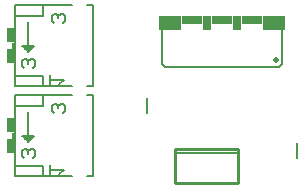
<source format=gbo>
G75*
G70*
%OFA0B0*%
%FSLAX24Y24*%
%IPPOS*%
%LPD*%
%AMOC8*
5,1,8,0,0,1.08239X$1,22.5*
%
%ADD10C,0.0060*%
%ADD11C,0.0050*%
%ADD12R,0.0250X0.0500*%
%ADD13R,0.0100X0.0200*%
%ADD14C,0.0200*%
%ADD15R,0.0750X0.0500*%
%ADD16R,0.0700X0.0300*%
%ADD17R,0.0300X0.0500*%
%ADD18C,0.0080*%
%ADD19C,0.0100*%
D10*
X001178Y000751D02*
X001178Y001101D01*
X001178Y003101D01*
X001178Y003451D01*
X002128Y003451D01*
X002128Y003101D01*
X001178Y003101D01*
X001628Y002901D02*
X001628Y002051D01*
X001778Y002051D01*
X001828Y002101D01*
X001428Y002101D01*
X001478Y002051D01*
X001628Y002051D01*
X001628Y001901D01*
X001578Y001951D01*
X001528Y002001D01*
X001478Y002051D01*
X001528Y002001D02*
X001728Y002001D01*
X001678Y001951D01*
X001578Y001951D01*
X001628Y001901D02*
X001678Y001951D01*
X001728Y002001D02*
X001778Y002051D01*
X002128Y001101D02*
X001178Y001101D01*
X001178Y000751D02*
X002128Y000751D01*
X003078Y000751D01*
X003578Y000751D02*
X003778Y000751D01*
X003778Y003451D01*
X003578Y003451D01*
X003578Y003751D02*
X003778Y003751D01*
X003778Y006451D01*
X003578Y006451D01*
X003078Y006451D02*
X002128Y006451D01*
X001178Y006451D01*
X001178Y006101D01*
X002128Y006101D01*
X002128Y006451D01*
X001178Y006101D02*
X001178Y004101D01*
X002128Y004101D01*
X002128Y003751D01*
X003078Y003751D01*
X003078Y003451D02*
X002128Y003451D01*
X002128Y003751D02*
X001178Y003751D01*
X001178Y004101D01*
X001628Y004901D02*
X001628Y005051D01*
X001778Y005051D01*
X001828Y005101D01*
X001428Y005101D01*
X001478Y005051D01*
X001628Y005051D01*
X001628Y005901D01*
X001478Y005051D02*
X001528Y005001D01*
X001578Y004951D01*
X001678Y004951D01*
X001728Y005001D01*
X001778Y005051D01*
X001728Y005001D02*
X001528Y005001D01*
X001578Y004951D02*
X001628Y004901D01*
X001678Y004951D01*
X006078Y004501D02*
X006078Y005651D01*
X006078Y004501D02*
X006178Y004401D01*
X009978Y004401D01*
X010078Y004501D01*
X010078Y005651D01*
X008586Y001534D02*
X006571Y001534D01*
X002128Y001101D02*
X002128Y000751D01*
D11*
X002353Y000815D02*
X002353Y001116D01*
X002353Y000966D02*
X002804Y000966D01*
X002654Y000815D01*
X001854Y001430D02*
X001779Y001355D01*
X001854Y001430D02*
X001854Y001580D01*
X001779Y001655D01*
X001704Y001655D01*
X001629Y001580D01*
X001554Y001655D01*
X001478Y001655D01*
X001403Y001580D01*
X001403Y001430D01*
X001478Y001355D01*
X001629Y001505D02*
X001629Y001580D01*
X002478Y002865D02*
X002403Y002940D01*
X002403Y003091D01*
X002478Y003166D01*
X002554Y003166D01*
X002629Y003091D01*
X002629Y003016D01*
X002629Y003091D02*
X002704Y003166D01*
X002779Y003166D01*
X002854Y003091D01*
X002854Y002940D01*
X002779Y002865D01*
X002654Y003815D02*
X002804Y003966D01*
X002353Y003966D01*
X002353Y004116D02*
X002353Y003815D01*
X001779Y004355D02*
X001854Y004430D01*
X001854Y004580D01*
X001779Y004655D01*
X001704Y004655D01*
X001629Y004580D01*
X001554Y004655D01*
X001478Y004655D01*
X001403Y004580D01*
X001403Y004430D01*
X001478Y004355D01*
X001629Y004505D02*
X001629Y004580D01*
X002478Y005865D02*
X002403Y005940D01*
X002403Y006091D01*
X002478Y006166D01*
X002554Y006166D01*
X002629Y006091D01*
X002629Y006016D01*
X002629Y006091D02*
X002704Y006166D01*
X002779Y006166D01*
X002854Y006091D01*
X002854Y005940D01*
X002779Y005865D01*
D12*
X001053Y005451D03*
X001053Y004751D03*
X001053Y002451D03*
X001053Y001751D03*
D13*
X001128Y002101D03*
X001128Y005101D03*
D14*
X009898Y004641D03*
D15*
X009803Y005851D03*
X006353Y005851D03*
D16*
X007078Y005951D03*
X008078Y005951D03*
X009078Y005951D03*
D17*
X008578Y005851D03*
X007578Y005851D03*
D18*
X005578Y003351D02*
X005578Y002851D01*
X010578Y001851D02*
X010578Y001351D01*
D19*
X008630Y001672D02*
X008630Y000530D01*
X006527Y000530D01*
X006527Y001672D01*
X008630Y001672D01*
M02*

</source>
